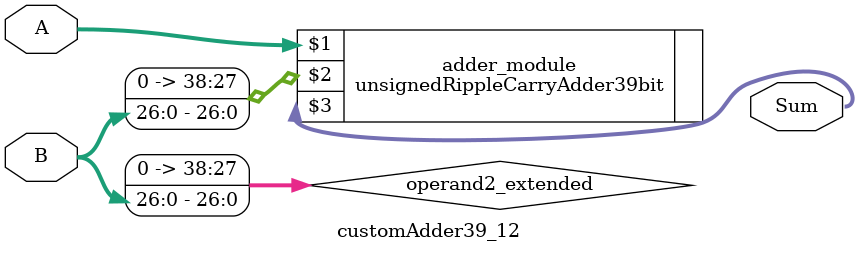
<source format=v>
module customAdder39_12(
                        input [38 : 0] A,
                        input [26 : 0] B,
                        
                        output [39 : 0] Sum
                );

        wire [38 : 0] operand2_extended;
        
        assign operand2_extended =  {12'b0, B};
        
        unsignedRippleCarryAdder39bit adder_module(
            A,
            operand2_extended,
            Sum
        );
        
        endmodule
        
</source>
